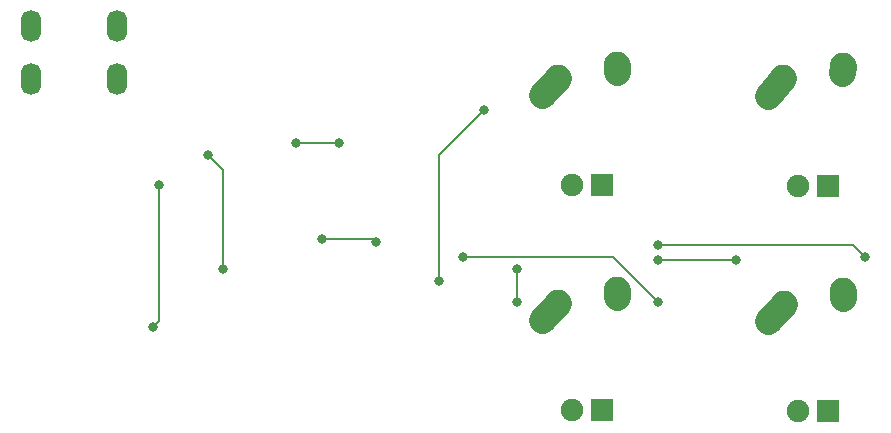
<source format=gtl>
G04 #@! TF.GenerationSoftware,KiCad,Pcbnew,(5.1.2)-1*
G04 #@! TF.CreationDate,2019-05-27T11:12:18-07:00*
G04 #@! TF.ProjectId,Aidan PCB,41696461-6e20-4504-9342-2e6b69636164,rev?*
G04 #@! TF.SameCoordinates,Original*
G04 #@! TF.FileFunction,Copper,L1,Top*
G04 #@! TF.FilePolarity,Positive*
%FSLAX46Y46*%
G04 Gerber Fmt 4.6, Leading zero omitted, Abs format (unit mm)*
G04 Created by KiCad (PCBNEW (5.1.2)-1) date 2019-05-27 11:12:18*
%MOMM*%
%LPD*%
G04 APERTURE LIST*
%ADD10C,2.250000*%
%ADD11C,2.250000*%
%ADD12C,1.905000*%
%ADD13R,1.905000X1.905000*%
%ADD14O,1.700000X2.700000*%
%ADD15C,0.800000*%
%ADD16C,0.203200*%
G04 APERTURE END LIST*
D10*
X119020000Y-95400000D03*
D11*
X119000000Y-95690000D02*
X119040000Y-95110000D01*
D10*
X119040000Y-95110000D03*
X113345001Y-96920000D03*
D11*
X112690000Y-97650000D02*
X114000002Y-96190000D01*
D10*
X114000000Y-96190000D03*
D12*
X115230000Y-105270000D03*
D13*
X117770000Y-105270000D03*
X98647250Y-86137750D03*
D12*
X96107250Y-86137750D03*
D10*
X94877250Y-77057750D03*
X94222251Y-77787750D03*
D11*
X93567250Y-78517750D02*
X94877252Y-77057750D01*
D10*
X99917250Y-75977750D03*
X99897250Y-76267750D03*
D11*
X99877250Y-76557750D02*
X99917250Y-75977750D01*
D13*
X117745000Y-86155000D03*
D12*
X115205000Y-86155000D03*
D10*
X113975000Y-77075000D03*
X113320001Y-77805000D03*
D11*
X112665000Y-78535000D02*
X113975002Y-77075000D01*
D10*
X119015000Y-75995000D03*
X118995000Y-76285000D03*
D11*
X118975000Y-76575000D02*
X119015000Y-75995000D01*
D10*
X99895000Y-95317750D03*
D11*
X99875000Y-95607750D02*
X99915000Y-95027750D01*
D10*
X99915000Y-95027750D03*
X94220001Y-96837750D03*
D11*
X93565000Y-97567750D02*
X94875002Y-96107750D01*
D10*
X94875000Y-96107750D03*
D12*
X96105000Y-105187750D03*
D13*
X98645000Y-105187750D03*
D14*
X50300000Y-77144000D03*
X57600000Y-77144000D03*
X57600000Y-72644000D03*
X50300000Y-72644000D03*
D15*
X74930000Y-90678000D03*
X79502000Y-90932000D03*
X72675000Y-82525000D03*
X76350000Y-82550000D03*
X65278000Y-83548400D03*
X66548000Y-93218000D03*
X103378000Y-96012000D03*
X86868000Y-92202000D03*
X103378000Y-91186000D03*
X120904000Y-92202000D03*
X84836000Y-94234000D03*
X88646000Y-79756000D03*
X103378000Y-92456000D03*
X109982000Y-92456000D03*
X91440000Y-93218000D03*
X91440000Y-96012000D03*
X60625000Y-98100000D03*
X61100000Y-86125000D03*
D16*
X74930000Y-90678000D02*
X79248000Y-90678000D01*
X79248000Y-90678000D02*
X79502000Y-90932000D01*
X72675000Y-82525000D02*
X76325000Y-82525000D01*
X76325000Y-82525000D02*
X76350000Y-82550000D01*
X65278000Y-83548400D02*
X66548000Y-84818400D01*
X66548000Y-84818400D02*
X66548000Y-93218000D01*
X94451986Y-92202000D02*
X86868000Y-92202000D01*
X103378000Y-96012000D02*
X99568000Y-92202000D01*
X99568000Y-92202000D02*
X94451986Y-92202000D01*
X103378000Y-91186000D02*
X119888000Y-91186000D01*
X119888000Y-91186000D02*
X120904000Y-92202000D01*
X86166399Y-82235601D02*
X88646000Y-79756000D01*
X84836000Y-94234000D02*
X84836000Y-83566000D01*
X84836000Y-83566000D02*
X86166399Y-82235601D01*
X103378000Y-92456000D02*
X109982000Y-92456000D01*
X91440000Y-93218000D02*
X91440000Y-96012000D01*
X60625000Y-98100000D02*
X61100000Y-97625000D01*
X61100000Y-97625000D02*
X61100000Y-86125000D01*
M02*

</source>
